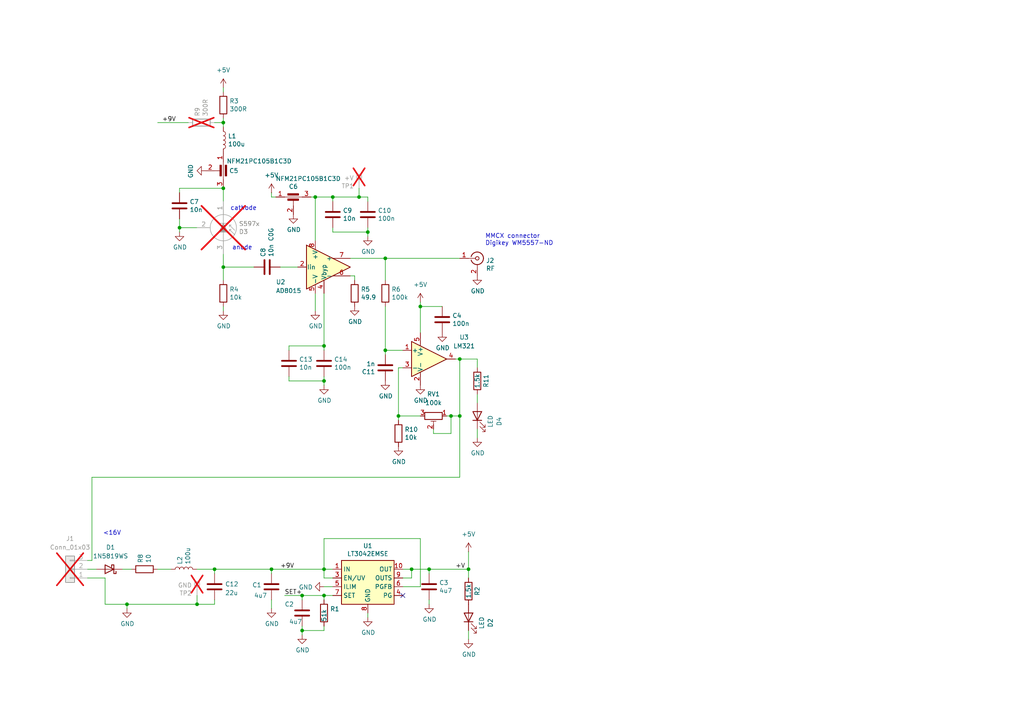
<source format=kicad_sch>
(kicad_sch (version 20231120) (generator "eeschema") (generator_version "8.0")
  (paper "A4")
  (lib_symbols
    (symbol "Amplifier_Operational:AD8015" (pin_names (offset 0.127))
      (property "Reference" "U" (at 3.81 6.35 0))
      (property "Value" "AD8015" (at 3.81 -5.08 0))
      (symbol "AD8015_0_1"
        (polyline (pts (xy -5.08 6.35) (xy -5.08 -6.35) (xy 7.62 0) (xy -5.08 6.35)) (stroke (width 0.254)) (fill (type background)))
        (circle (center 2.54 2.54) (radius 0.0001))
      )
      (symbol "AD8015_1_1"
        (pin no_connect line (at -5.08 2.54 0) (length 2.54) hide (name "NC") (number "1"))
        (pin input line (at -7.62 0 0) (length 2.54) (name "Iin") (number "2"))
        (pin no_connect line (at -5.08 -2.54 0) (length 2.54) hide (name "NC") (number "3"))
        (pin input line (at 0 -7.62 90) (length 3.81) (name "Vbyp") (number "4"))
        (pin power_in line (at -2.54 -7.62 90) (length 2.54) (name "-V") (number "5"))
        (pin output line (at 7.62 -2.54 180) (length 5.08) (name "-") (number "6"))
        (pin output line (at 7.62 2.54 180) (length 5.08) (name "+") (number "7"))
        (pin power_in line (at -2.54 7.62 270) (length 2.54) (name "+V") (number "8"))
      )
    )
    (symbol "Amplifier_Operational:LM321" (pin_names (offset 0.127))
      (property "Reference" "U" (at 0 7.62 0))
      (property "Value" "LM321" (at 0 5.08 0))
      (symbol "LM321_0_1"
        (polyline (pts (xy -5.08 5.08) (xy 5.08 0) (xy -5.08 -5.08) (xy -5.08 5.08)) (stroke (width 0.254)) (fill (type background)))
      )
      (symbol "LM321_1_1"
        (pin input line (at -7.62 2.54 0) (length 2.54) (name "+") (number "1"))
        (pin power_in line (at -2.54 -7.62 90) (length 3.81) (name "V-") (number "2"))
        (pin input line (at -7.62 -2.54 0) (length 2.54) (name "-") (number "3"))
        (pin output line (at 7.62 0 180) (length 2.54) (name "~") (number "4"))
        (pin power_in line (at -2.54 7.62 270) (length 3.81) (name "V+") (number "5"))
      )
    )
    (symbol "Connector:Conn_Coaxial" (pin_names (offset 1.016) hide)
      (property "Reference" "J" (at 0.254 3.048 0))
      (property "Value" "Conn_Coaxial" (at 2.921 0 90))
      (symbol "Conn_Coaxial_0_1"
        (arc (start -1.778 -0.508) (mid 0.222 -1.808) (end 1.778 0) (stroke (width 0.254)))
        (polyline (pts (xy -2.54 0) (xy -0.508 0)))
        (polyline (pts (xy 0 -2.54) (xy 0 -1.778)))
        (circle (center 0 0) (radius 0.508) (stroke (width 0.2032)))
        (arc (start 1.778 0) (mid 0.2221 1.8083) (end -1.778 0.508) (stroke (width 0.254)))
      )
      (symbol "Conn_Coaxial_1_1"
        (pin passive line (at -5.08 0 0) (length 2.54) (name "In") (number "1"))
        (pin passive line (at 0 -5.08 90) (length 2.54) (name "Ext") (number "2"))
      )
    )
    (symbol "Connector:TestPoint" (pin_numbers hide) (pin_names (offset 0.762) hide)
      (property "Reference" "TP" (at 0 6.858 0))
      (property "Value" "TestPoint" (at 0 5.08 0))
      (symbol "TestPoint_0_1"
        (circle (center 0 3.302) (radius 0.762))
      )
      (symbol "TestPoint_1_1"
        (pin passive line (at 0 0 90) (length 2.54) (name "1") (number "1"))
      )
    )
    (symbol "Connector_Generic:Conn_01x03" (pin_names (offset 1.016) hide)
      (property "Reference" "J" (at 0 5.08 0))
      (property "Value" "Conn_01x03" (at 0 -5.08 0))
      (symbol "Conn_01x03_1_1"
        (rectangle (start -1.27 -2.413) (end 0 -2.667) (stroke (width 0.1524)))
        (rectangle (start -1.27 0.127) (end 0 -0.127) (stroke (width 0.1524)))
        (rectangle (start -1.27 2.667) (end 0 2.413) (stroke (width 0.1524)))
        (rectangle (start -1.27 3.81) (end 1.27 -3.81) (stroke (width 0.254)) (fill (type background)))
        (pin passive line (at -5.08 2.54 0) (length 3.81) (name "Pin_1") (number "1"))
        (pin passive line (at -5.08 0 0) (length 3.81) (name "Pin_2") (number "2"))
        (pin passive line (at -5.08 -2.54 0) (length 3.81) (name "Pin_3") (number "3"))
      )
    )
    (symbol "Device:C" (pin_numbers hide) (pin_names (offset 0.254))
      (property "Reference" "C" (at 0.635 2.54 0))
      (property "Value" "C" (at 0.635 -2.54 0))
      (symbol "C_0_1"
        (polyline (pts (xy -2.032 -0.762) (xy 2.032 -0.762)) (stroke (width 0.508)))
        (polyline (pts (xy -2.032 0.762) (xy 2.032 0.762)) (stroke (width 0.508)))
      )
      (symbol "C_1_1"
        (pin passive line (at 0 3.81 270) (length 2.794) (name "~") (number "1"))
        (pin passive line (at 0 -3.81 90) (length 2.794) (name "~") (number "2"))
      )
    )
    (symbol "Device:C_Feedthrough" (pin_names (offset 0.254) hide)
      (property "Reference" "C" (at 0 7.62 0))
      (property "Value" "C_Feedthrough" (at 0 5.715 0))
      (symbol "C_Feedthrough_0_1"
        (rectangle (start -1.651 1.524) (end 1.524 2.032) (fill (type outline)))
        (polyline (pts (xy -2.54 2.54) (xy 2.54 2.54)))
        (polyline (pts (xy 0 0) (xy 0 1.778)))
        (rectangle (start 1.524 3.048) (end -1.651 3.556) (fill (type outline)))
      )
      (symbol "C_Feedthrough_1_1"
        (pin passive line (at -5.08 2.54 0) (length 2.54) (name "1") (number "1"))
        (pin passive line (at 0 -2.54 90) (length 2.54) (name "2") (number "2"))
        (pin passive line (at 5.08 2.54 180) (length 2.54) (name "3") (number "3"))
      )
    )
    (symbol "Device:L" (pin_numbers hide) (pin_names (offset 1.016) hide)
      (property "Reference" "L" (at -1.27 0 90))
      (property "Value" "L" (at 1.905 0 90))
      (symbol "L_0_1"
        (arc (start 0 -2.54) (mid 0.6323 -1.905) (end 0 -1.27))
        (arc (start 0 -1.27) (mid 0.6323 -0.635) (end 0 0))
        (arc (start 0 0) (mid 0.6323 0.635) (end 0 1.27))
        (arc (start 0 1.27) (mid 0.6323 1.905) (end 0 2.54))
      )
      (symbol "L_1_1"
        (pin passive line (at 0 3.81 270) (length 1.27) (name "1") (number "1"))
        (pin passive line (at 0 -3.81 90) (length 1.27) (name "2") (number "2"))
      )
    )
    (symbol "Device:LED" (pin_numbers hide) (pin_names (offset 1.016) hide)
      (property "Reference" "D" (at 0 2.54 0))
      (property "Value" "LED" (at 0 -2.54 0))
      (symbol "LED_0_1"
        (polyline (pts (xy -1.27 -1.27) (xy -1.27 1.27)) (stroke (width 0.254)))
        (polyline (pts (xy -1.27 0) (xy 1.27 0)))
        (polyline (pts (xy 1.27 -1.27) (xy 1.27 1.27) (xy -1.27 0) (xy 1.27 -1.27)) (stroke (width 0.254)))
        (polyline (pts (xy -3.048 -0.762) (xy -4.572 -2.286) (xy -3.81 -2.286) (xy -4.572 -2.286) (xy -4.572 -1.524)))
        (polyline (pts (xy -1.778 -0.762) (xy -3.302 -2.286) (xy -2.54 -2.286) (xy -3.302 -2.286) (xy -3.302 -1.524)))
      )
      (symbol "LED_1_1"
        (pin passive line (at -3.81 0 0) (length 2.54) (name "K") (number "1"))
        (pin passive line (at 3.81 0 180) (length 2.54) (name "A") (number "2"))
      )
    )
    (symbol "Device:R" (pin_numbers hide) (pin_names (offset 0))
      (property "Reference" "R" (at 2.032 0 90))
      (property "Value" "R" (at 0 0 90))
      (symbol "R_0_1"
        (rectangle (start -1.016 -2.54) (end 1.016 2.54) (stroke (width 0.254)))
      )
      (symbol "R_1_1"
        (pin passive line (at 0 3.81 270) (length 1.27) (name "~") (number "1"))
        (pin passive line (at 0 -3.81 90) (length 1.27) (name "~") (number "2"))
      )
    )
    (symbol "Device:R_Potentiometer_Trim" (pin_names (offset 1.016) hide)
      (property "Reference" "RV" (at -4.445 0 90))
      (property "Value" "R_Potentiometer_Trim" (at -2.54 0 90))
      (symbol "R_Potentiometer_Trim_0_1"
        (polyline (pts (xy 1.524 0.762) (xy 1.524 -0.762)))
        (polyline (pts (xy 2.54 0) (xy 1.524 0)))
        (rectangle (start 1.016 2.54) (end -1.016 -2.54) (stroke (width 0.254)))
      )
      (symbol "R_Potentiometer_Trim_1_1"
        (pin passive line (at 0 3.81 270) (length 1.27) (name "1") (number "1"))
        (pin passive line (at 3.81 0 180) (length 1.27) (name "2") (number "2"))
        (pin passive line (at 0 -3.81 90) (length 1.27) (name "3") (number "3"))
      )
    )
    (symbol "Diode:SS210" (pin_numbers hide) (pin_names (offset 1.016) hide)
      (property "Reference" "D" (at 0 2.54 0))
      (property "Value" "SS210" (at 0 -2.54 0))
      (symbol "SS210_0_1"
        (polyline (pts (xy 1.27 0) (xy -1.27 0)))
        (polyline (pts (xy 1.27 1.27) (xy 1.27 -1.27) (xy -1.27 0) (xy 1.27 1.27)) (stroke (width 0.254)))
        (polyline (pts (xy -1.905 0.635) (xy -1.905 1.27) (xy -1.27 1.27) (xy -1.27 -1.27) (xy -0.635 -1.27) (xy -0.635 -0.635)) (stroke (width 0.254)))
      )
      (symbol "SS210_1_1"
        (pin passive line (at -3.81 0 0) (length 2.54) (name "K") (number "1"))
        (pin passive line (at 3.81 0 180) (length 2.54) (name "A") (number "2"))
      )
    )
    (symbol "Regulator_Linear:LT3042xMSE"
      (property "Reference" "U" (at -6.35 6.35 0))
      (property "Value" "LT3042xMSE" (at 1.27 6.35 0))
      (symbol "LT3042xMSE_0_1"
        (rectangle (start -7.62 5.08) (end 7.62 -7.62) (stroke (width 0.254)) (fill (type background)))
      )
      (symbol "LT3042xMSE_1_1"
        (pin power_in line (at -10.16 2.54 0) (length 2.54) (name "IN") (number "1"))
        (pin power_out line (at 10.16 2.54 180) (length 2.54) (name "OUT") (number "10"))
        (pin passive line (at 0 -10.16 90) (length 2.54) hide (name "GND") (number "11"))
        (pin passive line (at -10.16 2.54 0) (length 2.54) hide (name "IN") (number "2"))
        (pin input line (at -10.16 0 0) (length 2.54) (name "EN/UV") (number "3"))
        (pin open_collector line (at 10.16 -5.08 180) (length 2.54) (name "PG") (number "4"))
        (pin passive line (at -10.16 -2.54 0) (length 2.54) (name "ILIM") (number "5"))
        (pin input line (at 10.16 -2.54 180) (length 2.54) (name "PGFB") (number "6"))
        (pin passive line (at -10.16 -5.08 0) (length 2.54) (name "SET") (number "7"))
        (pin power_in line (at 0 -10.16 90) (length 2.54) (name "GND") (number "8"))
        (pin input line (at 10.16 0 180) (length 2.54) (name "OUTS") (number "9"))
      )
    )
    (symbol "Sensor_Optical:S5973" (pin_names (offset 0.254) hide)
      (property "Reference" "D" (at 2.54 -5.08 0))
      (property "Value" "S5973" (at 5.08 5.08 0))
      (symbol "S5973_0_0"
        (pin passive line (at 0 -7.62 90) (length 3.81) (name "C") (number "2"))
      )
      (symbol "S5973_0_1"
        (polyline (pts (xy -1.27 0) (xy -3.81 0)))
        (polyline (pts (xy -1.27 1.27) (xy -1.27 -1.27)) (stroke (width 0.1524)))
        (polyline (pts (xy -0.762 1.778) (xy -0.254 1.778)))
        (polyline (pts (xy 3.81 0) (xy 1.27 0)))
        (polyline (pts (xy 0.762 3.302) (xy -0.762 1.778) (xy -0.762 2.286)))
        (polyline (pts (xy -1.27 0) (xy 1.27 1.27) (xy 1.27 -1.27) (xy -1.27 0)) (fill (type outline)))
        (polyline (pts (xy 2.032 3.302) (xy 0.508 1.778) (xy 0.508 2.286) (xy 0.508 1.778) (xy 1.016 1.778)))
        (circle (center 0 0) (radius 3.81))
      )
      (symbol "S5973_1_1"
        (pin passive line (at -7.62 0 0) (length 3.81) (name "K") (number "1"))
        (pin passive line (at 7.62 0 180) (length 3.81) (name "A") (number "3"))
      )
    )
    (symbol "power:+5V" (power) (pin_numbers hide) (pin_names (offset 0) hide)
      (property "Value" "+5V" (at 0 3.556 0))
      (symbol "+5V_0_1"
        (polyline (pts (xy -0.762 1.27) (xy 0 2.54)))
        (polyline (pts (xy 0 0) (xy 0 2.54)))
        (polyline (pts (xy 0 2.54) (xy 0.762 1.27)))
      )
      (symbol "+5V_1_1"
        (pin power_in line (at 0 0 90) (length 0) (name "~") (number "1"))
      )
    )
    (symbol "power:GND" (power) (pin_names (offset 0))
      (property "Value" "GND" (at 0 -3.81 0))
      (symbol "GND_0_1"
        (polyline (pts (xy 0 0) (xy 0 -1.27) (xy 1.27 -1.27) (xy 0 -2.54) (xy -1.27 -1.27) (xy 0 -1.27)))
      )
      (symbol "GND_1_1"
        (pin power_in line (at 0 0 270) (length 0) hide (name "GND") (number "1"))
      )
    )
  )
  (junction (at 130.81 120.65))
  (junction (at 111.76 101.6))
  (junction (at 133.35 104.14))
  (junction (at 111.76 74.93))
  (junction (at 104.14 57.15))
  (junction (at 87.63 182.88))
  (junction (at 93.98 100.33))
  (junction (at 62.23 165.1))
  (junction (at 96.52 57.15))
  (junction (at 52.07 66.04))
  (junction (at 135.89 165.1))
  (junction (at 87.63 172.72))
  (junction (at 36.83 175.26))
  (junction (at 64.77 35.56))
  (junction (at 121.92 88.9))
  (junction (at 64.77 54.61))
  (junction (at 93.98 110.49))
  (junction (at 124.46 165.1))
  (junction (at 115.57 120.65))
  (junction (at 57.15 175.26))
  (junction (at 133.35 120.65))
  (junction (at 119.38 165.1))
  (junction (at 91.44 57.15))
  (junction (at 78.74 165.1))
  (junction (at 64.77 77.47))
  (junction (at 106.68 67.31))
  (junction (at 93.98 165.1))
  (junction (at 93.98 172.72))
  (no_connect (at 116.84 172.72))
  (wire (pts (xy 64.77 77.47) (xy 73.66 77.47)))
  (wire (pts (xy 111.76 74.93) (xy 133.35 74.93)))
  (wire (pts (xy 101.6 74.93) (xy 111.76 74.93)))
  (wire (pts (xy 83.82 110.49) (xy 93.98 110.49)))
  (wire (pts (xy 116.84 170.18) (xy 121.92 170.18)))
  (wire (pts (xy 30.48 175.26) (xy 36.83 175.26)))
  (wire (pts (xy 62.23 173.99) (xy 62.23 175.26)))
  (wire (pts (xy 111.76 101.6) (xy 116.84 101.6)))
  (wire (pts (xy 90.17 57.15) (xy 91.44 57.15)))
  (wire (pts (xy 119.38 167.64) (xy 119.38 165.1)))
  (wire (pts (xy 124.46 165.1) (xy 135.89 165.1)))
  (wire (pts (xy 135.89 165.1) (xy 135.89 167.64)))
  (wire (pts (xy 111.76 74.93) (xy 111.76 81.28)))
  (wire (pts (xy 91.44 90.17) (xy 91.44 85.09)))
  (wire (pts (xy 121.92 88.9) (xy 128.27 88.9)))
  (wire (pts (xy 102.87 80.01) (xy 102.87 81.28)))
  (wire (pts (xy 96.52 172.72) (xy 93.98 172.72)))
  (wire (pts (xy 121.92 88.9) (xy 121.92 96.52)))
  (wire (pts (xy 93.98 181.61) (xy 93.98 182.88)))
  (wire (pts (xy 106.68 66.04) (xy 106.68 67.31)))
  (wire (pts (xy 52.07 55.88) (xy 52.07 54.61)))
  (wire (pts (xy 82.55 172.72) (xy 87.63 172.72)))
  (wire (pts (xy 87.63 172.72) (xy 87.63 173.99)))
  (wire (pts (xy 106.68 179.07) (xy 106.68 177.8)))
  (wire (pts (xy 64.77 88.9) (xy 64.77 90.17)))
  (wire (pts (xy 133.35 104.14) (xy 132.08 104.14)))
  (wire (pts (xy 57.15 172.72) (xy 57.15 175.26)))
  (wire (pts (xy 93.98 173.99) (xy 93.98 172.72)))
  (wire (pts (xy 64.77 34.29) (xy 64.77 35.56)))
  (wire (pts (xy 116.84 165.1) (xy 119.38 165.1)))
  (wire (pts (xy 93.98 109.22) (xy 93.98 110.49)))
  (wire (pts (xy 30.48 167.64) (xy 30.48 175.26)))
  (wire (pts (xy 57.15 165.1) (xy 62.23 165.1)))
  (wire (pts (xy 130.81 125.73) (xy 130.81 120.65)))
  (wire (pts (xy 52.07 66.04) (xy 52.07 67.31)))
  (wire (pts (xy 115.57 120.65) (xy 115.57 121.92)))
  (wire (pts (xy 96.52 170.18) (xy 93.98 170.18)))
  (wire (pts (xy 57.15 175.26) (xy 62.23 175.26)))
  (wire (pts (xy 96.52 167.64) (xy 93.98 167.64)))
  (wire (pts (xy 62.23 165.1) (xy 62.23 166.37)))
  (wire (pts (xy 119.38 165.1) (xy 124.46 165.1)))
  (wire (pts (xy 36.83 176.53) (xy 36.83 175.26)))
  (wire (pts (xy 25.4 165.1) (xy 27.94 165.1)))
  (wire (pts (xy 111.76 101.6) (xy 111.76 102.87)))
  (wire (pts (xy 135.89 160.02) (xy 135.89 165.1)))
  (wire (pts (xy 104.14 54.61) (xy 104.14 57.15)))
  (wire (pts (xy 45.72 165.1) (xy 49.53 165.1)))
  (wire (pts (xy 130.81 120.65) (xy 133.35 120.65)))
  (wire (pts (xy 64.77 35.56) (xy 64.77 36.83)))
  (wire (pts (xy 96.52 66.04) (xy 96.52 67.31)))
  (wire (pts (xy 45.72 35.56) (xy 54.61 35.56)))
  (wire (pts (xy 78.74 176.53) (xy 78.74 173.99)))
  (wire (pts (xy 78.74 55.88) (xy 78.74 57.15)))
  (wire (pts (xy 111.76 88.9) (xy 111.76 101.6)))
  (wire (pts (xy 52.07 54.61) (xy 64.77 54.61)))
  (wire (pts (xy 78.74 165.1) (xy 78.74 166.37)))
  (wire (pts (xy 91.44 57.15) (xy 91.44 69.85)))
  (wire (pts (xy 93.98 100.33) (xy 93.98 85.09)))
  (wire (pts (xy 121.92 156.21) (xy 93.98 156.21)))
  (wire (pts (xy 96.52 67.31) (xy 106.68 67.31)))
  (wire (pts (xy 83.82 101.6) (xy 83.82 100.33)))
  (wire (pts (xy 83.82 100.33) (xy 93.98 100.33)))
  (wire (pts (xy 133.35 104.14) (xy 138.43 104.14)))
  (wire (pts (xy 106.68 58.42) (xy 106.68 57.15)))
  (wire (pts (xy 121.92 87.63) (xy 121.92 88.9)))
  (wire (pts (xy 96.52 57.15) (xy 104.14 57.15)))
  (wire (pts (xy 26.67 162.56) (xy 26.67 138.43)))
  (wire (pts (xy 93.98 100.33) (xy 93.98 101.6)))
  (wire (pts (xy 129.54 120.65) (xy 130.81 120.65)))
  (wire (pts (xy 115.57 120.65) (xy 115.57 106.68)))
  (wire (pts (xy 64.77 77.47) (xy 64.77 81.28)))
  (wire (pts (xy 138.43 127) (xy 138.43 124.46)))
  (wire (pts (xy 52.07 63.5) (xy 52.07 66.04)))
  (wire (pts (xy 115.57 106.68) (xy 116.84 106.68)))
  (wire (pts (xy 121.92 170.18) (xy 121.92 156.21)))
  (wire (pts (xy 104.14 57.15) (xy 106.68 57.15)))
  (wire (pts (xy 80.01 57.15) (xy 78.74 57.15)))
  (wire (pts (xy 64.77 25.4) (xy 64.77 26.67)))
  (wire (pts (xy 96.52 165.1) (xy 93.98 165.1)))
  (wire (pts (xy 135.89 182.88) (xy 135.89 185.42)))
  (wire (pts (xy 91.44 57.15) (xy 96.52 57.15)))
  (wire (pts (xy 87.63 184.15) (xy 87.63 182.88)))
  (wire (pts (xy 38.1 165.1) (xy 35.56 165.1)))
  (wire (pts (xy 124.46 166.37) (xy 124.46 165.1)))
  (wire (pts (xy 93.98 156.21) (xy 93.98 165.1)))
  (wire (pts (xy 121.92 120.65) (xy 115.57 120.65)))
  (wire (pts (xy 62.23 35.56) (xy 64.77 35.56)))
  (wire (pts (xy 133.35 138.43) (xy 133.35 120.65)))
  (wire (pts (xy 93.98 110.49) (xy 93.98 111.76)))
  (wire (pts (xy 138.43 116.84) (xy 138.43 114.3)))
  (wire (pts (xy 93.98 165.1) (xy 78.74 165.1)))
  (wire (pts (xy 116.84 167.64) (xy 119.38 167.64)))
  (wire (pts (xy 25.4 162.56) (xy 26.67 162.56)))
  (wire (pts (xy 106.68 67.31) (xy 106.68 68.58)))
  (wire (pts (xy 62.23 165.1) (xy 78.74 165.1)))
  (wire (pts (xy 101.6 80.01) (xy 102.87 80.01)))
  (wire (pts (xy 87.63 182.88) (xy 87.63 181.61)))
  (wire (pts (xy 64.77 54.61) (xy 64.77 58.42)))
  (wire (pts (xy 52.07 66.04) (xy 57.15 66.04)))
  (wire (pts (xy 30.48 167.64) (xy 25.4 167.64)))
  (wire (pts (xy 36.83 175.26) (xy 57.15 175.26)))
  (wire (pts (xy 93.98 182.88) (xy 87.63 182.88)))
  (wire (pts (xy 87.63 172.72) (xy 93.98 172.72)))
  (wire (pts (xy 125.73 124.46) (xy 125.73 125.73)))
  (wire (pts (xy 81.28 77.47) (xy 86.36 77.47)))
  (wire (pts (xy 26.67 138.43) (xy 133.35 138.43)))
  (wire (pts (xy 83.82 109.22) (xy 83.82 110.49)))
  (wire (pts (xy 138.43 106.68) (xy 138.43 104.14)))
  (wire (pts (xy 64.77 73.66) (xy 64.77 77.47)))
  (wire (pts (xy 96.52 58.42) (xy 96.52 57.15)))
  (wire (pts (xy 124.46 175.26) (xy 124.46 173.99)))
  (wire (pts (xy 125.73 125.73) (xy 130.81 125.73)))
  (wire (pts (xy 93.98 167.64) (xy 93.98 165.1)))
  (wire (pts (xy 133.35 120.65) (xy 133.35 104.14)))
  (text "<16V" (at 32.512 154.686 0) (effects (font (size 1.27 1.27))))
  (text "anode" (at 67.31 72.644 0) (effects (font (size 1.27 1.27)) (justify left bottom)))
  (text "MMCX connector\nDigikey WM5557-ND" (at 140.716 71.374 0) (effects (font (size 1.27 1.27)) (justify left bottom)))
  (text "cathode" (at 66.802 61.214 0) (effects (font (size 1.27 1.27)) (justify left bottom)))
  (label "+V" (at 132.08 165.1 0))
  (label "SET+" (at 82.55 172.72 0))
  (label "+9V" (at 81.28 165.1 0))
  (label "+9V" (at 46.99 35.56 0))
  (symbol (lib_id "power:GND") (at 93.98 170.18 270) (unit 1)
    (property "Reference" "#PWR03" (effects (hide yes)))
    (property "Value" "GND" (at 90.7288 170.307 90) (effects (justify right)))
  )
  (symbol (lib_id "Device:LED") (at 138.43 120.65 90) (unit 1)
    (property "Reference" "D4" (at 144.78 122.2375 0))
    (property "Value" "LED" (at 142.24 122.2375 0))
    (property "Footprint" "LED_SMD:LED_0603_1608Metric" (effects (hide yes)))
    (property "JLCPCB" "C72043" (effects (hide yes)))
    (property "LCSC" "C72043" (effects (hide yes)))
  )
  (symbol (lib_id "Device:C") (at 111.76 106.68 180) (unit 1)
    (property "Reference" "C11" (at 108.839 107.8484 0) (effects (justify left)))
    (property "Value" "1n" (at 108.839 105.537 0) (effects (justify left)))
    (property "Footprint" "Capacitor_SMD:C_0402_1005Metric" (effects (hide yes)))
    (property "LCSC" "C1523" (effects (hide yes)))
  )
  (symbol (lib_id "Device:R") (at 111.76 85.09 0) (unit 1)
    (property "Reference" "R6" (at 113.538 83.9216 0) (effects (justify left)))
    (property "Value" "100k" (at 113.538 86.233 0) (effects (justify left)))
    (property "Footprint" "Resistor_SMD:R_0402_1005Metric" (effects (hide yes)))
    (property "LCSC" "C25741" (effects (hide yes)))
  )
  (symbol (lib_id "Device:R") (at 93.98 177.8 0) (unit 1)
    (property "Reference" "R1" (at 95.758 176.6316 0) (effects (justify left)))
    (property "Value" "51k" (at 93.98 180.34 90) (effects (justify left)))
    (property "Footprint" "Resistor_SMD:R_0603_1608Metric" (effects (hide yes)))
    (property "JLCPCB" "C23186" (effects (hide yes)))
    (property "LCSC" "C23186" (effects (hide yes)))
  )
  (symbol (lib_id "power:GND") (at 91.44 90.17 0) (unit 1)
    (property "Reference" "#PWR015" (effects (hide yes)))
    (property "Value" "GND" (at 91.567 94.5642 0))
  )
  (symbol (lib_id "power:GND") (at 115.57 129.54 0) (unit 1)
    (property "Reference" "#PWR020" (effects (hide yes)))
    (property "Value" "GND" (at 115.697 133.9342 0))
  )
  (symbol (lib_id "Connector:TestPoint") (at 104.14 54.61 0) (unit 1) (dnp yes)
    (property "Reference" "TP1" (at 102.6668 53.9496 0) (effects (justify right)))
    (property "Value" "+V" (at 102.6668 51.6382 0) (effects (justify right)))
    (property "Footprint" "TestPoint:TestPoint_THTPad_D1.0mm_Drill0.5mm" (effects (hide yes)))
  )
  (symbol (lib_id "Device:L") (at 53.34 165.1 90) (unit 1)
    (property "Reference" "L2" (at 52.1716 163.7538 0) (effects (justify left)))
    (property "Value" "100u" (at 54.483 163.7538 0) (effects (justify left)))
    (property "Footprint" "Inductor_SMD:L_0805_2012Metric" (effects (hide yes)))
    (property "JLCPCB" "C68035" (effects (hide yes)))
    (property "LCSC" "C68035" (effects (hide yes)))
  )
  (symbol (lib_id "power:GND") (at 135.89 185.42 0) (unit 1)
    (property "Reference" "#PWR08" (effects (hide yes)))
    (property "Value" "GND" (at 136.017 189.8142 0))
  )
  (symbol (lib_id "Device:R") (at 58.42 35.56 90) (unit 1) (dnp yes)
    (property "Reference" "R9" (at 57.2516 33.782 0) (effects (justify left)))
    (property "Value" "300R" (at 59.563 33.782 0) (effects (justify left)))
    (property "Footprint" "Resistor_SMD:R_0603_1608Metric" (effects (hide yes)))
  )
  (symbol (lib_id "Device:R") (at 64.77 85.09 0) (unit 1)
    (property "Reference" "R4" (at 66.548 83.9216 0) (effects (justify left)))
    (property "Value" "10k" (at 66.548 86.233 0) (effects (justify left)))
    (property "Footprint" "Resistor_SMD:R_0402_1005Metric" (effects (hide yes)))
    (property "LCSC" "C25744" (effects (hide yes)))
  )
  (symbol (lib_id "Device:C") (at 78.74 170.18 0) (unit 1)
    (property "Reference" "C1" (at 73.152 169.672 0) (effects (justify left)))
    (property "Value" "4u7" (at 73.66 172.72 0) (effects (justify left)))
    (property "Footprint" "Capacitor_SMD:C_0603_1608Metric" (effects (hide yes)))
    (property "JLCPCB" "C19666" (effects (hide yes)))
    (property "LCSC" "C19666" (effects (hide yes)))
  )
  (symbol (lib_id "Device:LED") (at 135.89 179.07 90) (unit 1)
    (property "Reference" "D2" (at 142.24 180.6575 0))
    (property "Value" "LED" (at 139.7 180.6575 0))
    (property "Footprint" "LED_SMD:LED_0603_1608Metric" (effects (hide yes)))
    (property "JLCPCB" "C72043" (effects (hide yes)))
    (property "LCSC" "C72043" (effects (hide yes)))
  )
  (symbol (lib_id "Device:R") (at 115.57 125.73 0) (unit 1)
    (property "Reference" "R10" (at 117.348 124.5616 0) (effects (justify left)))
    (property "Value" "10k" (at 117.348 126.873 0) (effects (justify left)))
    (property "Footprint" "Resistor_SMD:R_0402_1005Metric" (effects (hide yes)))
    (property "LCSC" "C25744" (effects (hide yes)))
  )
  (symbol (lib_id "power:GND") (at 121.92 111.76 0) (unit 1)
    (property "Reference" "#PWR021" (effects (hide yes)))
    (property "Value" "GND" (at 122.047 116.1542 0))
  )
  (symbol (lib_id "Device:C") (at 124.46 170.18 0) (unit 1)
    (property "Reference" "C3" (at 127.381 169.0116 0) (effects (justify left)))
    (property "Value" "4u7" (at 127.381 171.323 0) (effects (justify left)))
    (property "Footprint" "Capacitor_SMD:C_0603_1608Metric" (effects (hide yes)))
    (property "JLCPCB" "C19666" (effects (hide yes)))
    (property "LCSC" "C19666" (effects (hide yes)))
  )
  (symbol (lib_id "Device:C") (at 93.98 105.41 0) (unit 1)
    (property "Reference" "C14" (at 96.901 104.2416 0) (effects (justify left)))
    (property "Value" "100n" (at 96.901 106.553 0) (effects (justify left)))
    (property "Footprint" "Capacitor_SMD:C_0402_1005Metric" (effects (hide yes)))
    (property "JLCPCB" "C1525" (effects (hide yes)))
    (property "LCSC" "C1525" (effects (hide yes)))
  )
  (symbol (lib_id "power:GND") (at 36.83 176.53 0) (unit 1)
    (property "Reference" "#PWR06" (effects (hide yes)))
    (property "Value" "GND" (at 36.957 180.9242 0))
  )
  (symbol (lib_id "Device:C") (at 106.68 62.23 0) (unit 1)
    (property "Reference" "C10" (at 109.601 61.0616 0) (effects (justify left)))
    (property "Value" "100n" (at 109.601 63.373 0) (effects (justify left)))
    (property "Footprint" "Capacitor_SMD:C_0402_1005Metric" (effects (hide yes)))
    (property "JLCPCB" "C1525" (effects (hide yes)))
    (property "LCSC" "C1525" (effects (hide yes)))
  )
  (symbol (lib_id "Device:R") (at 135.89 171.45 180) (unit 1)
    (property "Reference" "R2" (at 138.43 171.45 90))
    (property "Value" "1.5k" (at 135.89 171.45 90))
    (property "Footprint" "Resistor_SMD:R_0603_1608Metric" (effects (hide yes)))
    (property "JLCPCB" "C25879" (effects (hide yes)))
    (property "LCSC" "C22843" (effects (hide yes)))
  )
  (symbol (lib_id "power:GND") (at 59.69 49.53 270) (unit 1)
    (property "Reference" "#PWR013" (effects (hide yes)))
    (property "Value" "GND" (at 55.2958 49.657 0))
  )
  (symbol (lib_id "Diode:SS210") (at 31.75 165.1 180) (unit 1)
    (property "Reference" "D1" (at 32.0675 158.75 0))
    (property "Value" "1N5819WS" (at 32.0675 161.29 0))
    (property "Footprint" "Diode_SMD:D_SOD-323" (effects (hide yes)))
    (property "Datasheet" "https://www.wontop.com/uploadfiles/56/sort_excel/pdf/ss22.pdf" (effects (hide yes)))
    (property "Description" "40V 600mV@1A 1A SOD-323" (effects (hide yes)))
    (property "LCSC" "C191023" (effects (hide yes)))
  )
  (symbol (lib_id "Device:C") (at 87.63 177.8 0) (unit 1)
    (property "Reference" "C2" (at 82.55 175.26 0) (effects (justify left)))
    (property "Value" "4u7" (at 83.82 180.34 0) (effects (justify left)))
    (property "Footprint" "Capacitor_SMD:C_0603_1608Metric" (effects (hide yes)))
    (property "JLCPCB" "C19666" (effects (hide yes)))
    (property "LCSC" "C19666" (effects (hide yes)))
  )
  (symbol (lib_id "Device:R") (at 41.91 165.1 90) (unit 1)
    (property "Reference" "R8" (at 40.7416 163.322 0) (effects (justify left)))
    (property "Value" "10" (at 43.053 163.322 0) (effects (justify left)))
    (property "Footprint" "Resistor_SMD:R_0603_1608Metric" (effects (hide yes)))
    (property "JLCPCB" "C22859" (effects (hide yes)))
    (property "LCSC" "C22859" (effects (hide yes)))
  )
  (symbol (lib_id "power:GND") (at 138.43 80.01 0) (unit 1)
    (property "Reference" "#PWR07" (effects (hide yes)))
    (property "Value" "GND" (at 138.557 84.4042 0))
  )
  (symbol (lib_id "power:GND") (at 52.07 67.31 0) (unit 1)
    (property "Reference" "#PWR09" (effects (hide yes)))
    (property "Value" "GND" (at 52.197 71.7042 0))
  )
  (symbol (lib_id "power:GND") (at 87.63 184.15 0) (unit 1)
    (property "Reference" "#PWR02" (effects (hide yes)))
    (property "Value" "GND" (at 87.757 188.5442 0))
  )
  (symbol (lib_id "Device:C") (at 128.27 92.71 0) (unit 1)
    (property "Reference" "C4" (at 131.191 91.5416 0) (effects (justify left)))
    (property "Value" "100n" (at 131.191 93.853 0) (effects (justify left)))
    (property "Footprint" "Capacitor_SMD:C_0402_1005Metric" (effects (hide yes)))
    (property "JLCPCB" "C1525" (effects (hide yes)))
    (property "LCSC" "C1525" (effects (hide yes)))
  )
  (symbol (lib_id "Device:R") (at 138.43 110.49 180) (unit 1)
    (property "Reference" "R11" (at 140.97 110.49 90))
    (property "Value" "1.5k" (at 138.43 110.49 90))
    (property "Footprint" "Resistor_SMD:R_0603_1608Metric" (effects (hide yes)))
    (property "JLCPCB" "C21190" (effects (hide yes)))
    (property "LCSC" "C22843" (effects (hide yes)))
  )
  (symbol (lib_id "Amplifier_Operational:AD8015") (at 93.98 77.47 0) (unit 1)
    (property "Reference" "U2" (at 80.01 81.788 0) (effects (justify left)))
    (property "Value" "AD8015" (at 80.01 84.328 0) (effects (justify left)))
    (property "Footprint" "Package_SO:SOIC-8_3.9x4.9mm_P1.27mm" (effects (hide yes)))
    (property "Datasheet" "https://www.analog.com/media/en/technical-documentation/data-sheets/AD8015.pdf" (effects (hide yes)))
    (property "Description" "Wideband/Differential Output Transimpedance Amplifier, SOIC-8" (effects (hide yes)))
    (property "LCSC" "C514255" (effects (hide yes)))
  )
  (symbol (lib_id "power:GND") (at 111.76 110.49 0) (unit 1)
    (property "Reference" "#PWR025" (effects (hide yes)))
    (property "Value" "GND" (at 111.887 114.8842 0))
  )
  (symbol (lib_id "Device:C") (at 83.82 105.41 0) (unit 1)
    (property "Reference" "C13" (at 86.741 104.2416 0) (effects (justify left)))
    (property "Value" "10n" (at 86.741 106.553 0) (effects (justify left)))
    (property "Footprint" "Capacitor_SMD:C_0402_1005Metric" (effects (hide yes)))
    (property "JLCPCB" "C15195" (effects (hide yes)))
    (property "LCSC" "C15195" (effects (hide yes)))
  )
  (symbol (lib_id "power:GND") (at 85.09 62.23 0) (unit 1)
    (property "Reference" "#PWR018" (effects (hide yes)))
    (property "Value" "GND" (at 85.217 66.6242 0))
  )
  (symbol (lib_id "power:GND") (at 124.46 175.26 0) (unit 1)
    (property "Reference" "#PWR05" (effects (hide yes)))
    (property "Value" "GND" (at 124.587 179.6542 0))
  )
  (symbol (lib_id "Sensor_Optical:S5973") (at 64.77 66.04 270) (unit 1) (dnp yes)
    (property "Reference" "D3" (at 69.2658 67.2084 90) (effects (justify left)))
    (property "Value" "S597x" (at 69.2658 64.897 90) (effects (justify left)))
    (property "Footprint" "Package_TO_SOT_THT:TO-18-3" (effects (hide yes)))
    (property "Datasheet" "http://www.osram-os.com/Graphics/XPic5/00215016_0.pdf/BP%20104%20FS.pdf" (effects (hide yes)))
  )
  (symbol (lib_id "Regulator_Linear:LT3042xMSE") (at 106.68 167.64 0) (unit 1)
    (property "Reference" "U1" (at 106.68 158.3182 0))
    (property "Value" "LT3042EMSE" (at 106.68 160.6296 0))
    (property "Footprint" "Package_SO:MSOP-10-1EP_3x3mm_P0.5mm_EP1.68x1.88mm" (effects (hide yes)))
    (property "Datasheet" "https://www.analog.com/media/en/technical-documentation/data-sheets/3042fb.pdf" (effects (hide yes)))
    (property "LCSC" "C69847" (effects (hide yes)))
    (property "JLCPCB" "C69847" (effects (hide yes)))
  )
  (symbol (lib_id "power:+5V") (at 135.89 160.02 0) (unit 1)
    (property "Reference" "#PWR011" (effects (hide yes)))
    (property "Value" "+5V" (at 135.89 154.94 0))
    (property "Description" "Power symbol creates a global label with name \"+5V\"" (effects (hide yes)))
  )
  (symbol (lib_id "power:GND") (at 106.68 179.07 0) (unit 1)
    (property "Reference" "#PWR04" (effects (hide yes)))
    (property "Value" "GND" (at 106.807 183.4642 0))
  )
  (symbol (lib_id "Device:C") (at 62.23 170.18 0) (unit 1)
    (property "Reference" "C12" (at 65.278 169.418 0) (effects (justify left)))
    (property "Value" "22u" (at 65.278 171.958 0) (effects (justify left)))
    (property "Footprint" "Capacitor_SMD:C_0805_2012Metric" (effects (hide yes)))
    (property "JLCPCB" "C45783" (effects (hide yes)))
    (property "LCSC" "C45783" (effects (hide yes)))
  )
  (symbol (lib_id "Device:C") (at 77.47 77.47 90) (unit 1)
    (property "Reference" "C8" (at 76.3016 74.549 0) (effects (justify left)))
    (property "Value" "10n C0G" (at 78.613 74.549 0) (effects (justify left)))
    (property "Footprint" "Capacitor_SMD:C_0603_1608Metric" (effects (hide yes)))
    (property "JLCPCB" "C76710" (effects (hide yes)))
    (property "LCSC" "C76710" (effects (hide yes)))
  )
  (symbol (lib_id "Device:R_Potentiometer_Trim") (at 125.73 120.65 270) (unit 1)
    (property "Reference" "RV1" (at 125.73 114.3 90))
    (property "Value" "100k" (at 125.73 116.84 90))
    (property "Footprint" "Potentiometer_SMD:Potentiometer_Bourns_TC33X_Vertical" (effects (hide yes)))
    (property "Description" "trim" (effects (hide yes)))
    (property "LCSC" "C719186" (effects (hide yes)))
  )
  (symbol (lib_id "power:GND") (at 93.98 111.76 0) (unit 1)
    (property "Reference" "#PWR019" (effects (hide yes)))
    (property "Value" "GND" (at 94.107 116.1542 0))
  )
  (symbol (lib_id "Device:R") (at 102.87 85.09 0) (unit 1)
    (property "Reference" "R5" (at 104.648 83.9216 0) (effects (justify left)))
    (property "Value" "49.9" (at 104.648 86.233 0) (effects (justify left)))
    (property "Footprint" "Resistor_SMD:R_0402_1005Metric" (effects (hide yes)))
    (property "LCSC" "C325388" (effects (hide yes)))
  )
  (symbol (lib_id "Amplifier_Operational:LM321") (at 124.46 104.14 0) (unit 1)
    (property "Reference" "U3" (at 134.62 97.8214 0))
    (property "Value" "LM321" (at 134.62 100.3614 0))
    (property "Footprint" "Package_TO_SOT_SMD:SOT-23-5" (effects (hide yes)))
    (property "Datasheet" "http://www.ti.com/lit/ds/symlink/lm321.pdf" (effects (hide yes)))
    (property "Description" "Low Power Single Operational Amplifier, SOT-23-5" (effects (hide yes)))
    (property "LCSC" "C471859" (effects (hide yes)))
  )
  (symbol (lib_id "power:GND") (at 128.27 96.52 0) (unit 1)
    (property "Reference" "#PWR023" (effects (hide yes)))
    (property "Value" "GND" (at 128.397 100.9142 0))
  )
  (symbol (lib_id "power:+5V") (at 78.74 55.88 0) (unit 1)
    (property "Reference" "#PWR016" (effects (hide yes)))
    (property "Value" "+5V" (at 78.74 50.8 0))
    (property "Description" "Power symbol creates a global label with name \"+5V\"" (effects (hide yes)))
  )
  (symbol (lib_id "power:GND") (at 106.68 68.58 0) (unit 1)
    (property "Reference" "#PWR017" (effects (hide yes)))
    (property "Value" "GND" (at 106.807 72.9742 0))
  )
  (symbol (lib_id "Device:C") (at 52.07 59.69 0) (unit 1)
    (property "Reference" "C7" (at 54.991 58.5216 0) (effects (justify left)))
    (property "Value" "10n" (at 54.991 60.833 0) (effects (justify left)))
    (property "Footprint" "Capacitor_SMD:C_0402_1005Metric" (effects (hide yes)))
    (property "JLCPCB" "C15195" (effects (hide yes)))
    (property "LCSC" "C15195" (effects (hide yes)))
  )
  (symbol (lib_id "power:+5V") (at 121.92 87.63 0) (unit 1)
    (property "Reference" "#PWR022" (effects (hide yes)))
    (property "Value" "+5V" (at 121.92 82.55 0))
    (property "Description" "Power symbol creates a global label with name \"+5V\"" (effects (hide yes)))
  )
  (symbol (lib_id "Device:C_Feedthrough") (at 62.23 49.53 270) (unit 1)
    (property "Reference" "C5" (at 67.818 49.53 90))
    (property "Value" "NFM21PC105B1C3D" (at 75.184 46.736 90))
    (property "Footprint" "NFM:NFM21C" (effects (hide yes)))
    (property "Description" "Feedthrough capacitor" (effects (hide yes)))
    (property "LCSC" "C92518" (effects (hide yes)))
  )
  (symbol (lib_id "power:GND") (at 102.87 88.9 0) (unit 1)
    (property "Reference" "#PWR014" (effects (hide yes)))
    (property "Value" "GND" (at 102.997 93.2942 0))
  )
  (symbol (lib_id "power:GND") (at 64.77 90.17 0) (unit 1)
    (property "Reference" "#PWR010" (effects (hide yes)))
    (property "Value" "GND" (at 64.897 94.5642 0))
  )
  (symbol (lib_id "Connector:TestPoint") (at 57.15 172.72 0) (unit 1) (dnp yes)
    (property "Reference" "TP2" (at 55.6768 172.0596 0) (effects (justify right)))
    (property "Value" "GND" (at 55.6768 169.7482 0) (effects (justify right)))
    (property "Footprint" "TestPoint:TestPoint_THTPad_D1.0mm_Drill0.5mm" (effects (hide yes)))
  )
  (symbol (lib_id "power:+5V") (at 64.77 25.4 0) (unit 1)
    (property "Reference" "#PWR012" (effects (hide yes)))
    (property "Value" "+5V" (at 64.77 20.32 0))
    (property "Description" "Power symbol creates a global label with name \"+5V\"" (effects (hide yes)))
  )
  (symbol (lib_id "Connector:Conn_Coaxial") (at 138.43 74.93 0) (unit 1)
    (property "Reference" "J2" (at 140.97 75.565 0) (effects (justify left)))
    (property "Value" "RF" (at 140.97 77.8764 0) (effects (justify left)))
    (property "Footprint" "Connector_Coaxial:MMCX_Molex_73415-1471_Vertical" (effects (hide yes)))
    (property "JLCPCB" "C530664" (effects (hide yes)))
    (property "LCSC" "C530664" (effects (hide yes)))
  )
  (symbol (lib_id "power:GND") (at 78.74 176.53 0) (unit 1)
    (property "Reference" "#PWR01" (effects (hide yes)))
    (property "Value" "GND" (at 78.867 180.9242 0))
  )
  (symbol (lib_id "Device:C_Feedthrough") (at 85.09 59.69 0) (unit 1)
    (property "Reference" "C6" (at 85.09 54.102 0))
    (property "Value" "NFM21PC105B1C3D" (at 89.408 51.816 0))
    (property "Footprint" "NFM:NFM21C" (effects (hide yes)))
    (property "Description" "Feedthrough capacitor" (effects (hide yes)))
    (property "LCSC" "C92518" (effects (hide yes)))
  )
  (symbol (lib_id "Device:C") (at 96.52 62.23 0) (unit 1)
    (property "Reference" "C9" (at 99.441 61.0616 0) (effects (justify left)))
    (property "Value" "10n" (at 99.441 63.373 0) (effects (justify left)))
    (property "Footprint" "Capacitor_SMD:C_0402_1005Metric" (effects (hide yes)))
    (property "JLCPCB" "C15195" (effects (hide yes)))
    (property "LCSC" "C15195" (effects (hide yes)))
  )
  (symbol (lib_id "Connector_Generic:Conn_01x03") (at 20.32 165.1 180) (unit 1) (dnp yes)
    (property "Reference" "J1" (at 20.32 156.21 0))
    (property "Value" "Conn_01x03" (at 20.32 158.75 0))
    (property "Footprint" "Connector_PinHeader_2.00mm:PinHeader_1x03_P2.00mm_Vertical" (effects (hide yes)))
    (property "Description" "Generic connector, single row, 01x03, script generated (kicad-library-utils/schlib/autogen/connector/)" (effects (hide yes)))
  )
  (symbol (lib_id "Device:R") (at 64.77 30.48 0) (unit 1)
    (property "Reference" "R3" (at 66.548 29.3116 0) (effects (justify left)))
    (property "Value" "300R" (at 66.548 31.623 0) (effects (justify left)))
    (property "Footprint" "Resistor_SMD:R_0603_1608Metric" (effects (hide yes)))
    (property "JLCPCB" "C23025" (effects (hide yes)))
    (property "LCSC" "C23025" (effects (hide yes)))
  )
  (symbol (lib_id "power:GND") (at 138.43 127 0) (unit 1)
    (property "Reference" "#PWR024" (effects (hide yes)))
    (property "Value" "GND" (at 138.557 131.3942 0))
  )
  (symbol (lib_id "Device:L") (at 64.77 40.64 0) (unit 1)
    (property "Reference" "L1" (at 66.1162 39.4716 0) (effects (justify left)))
    (property "Value" "100u" (at 66.1162 41.783 0) (effects (justify left)))
    (property "Footprint" "Inductor_SMD:L_0805_2012Metric" (effects (hide yes)))
    (property "JLCPCB" "C68035" (effects (hide yes)))
    (property "LCSC" "C68035" (effects (hide yes)))
  )
)
</source>
